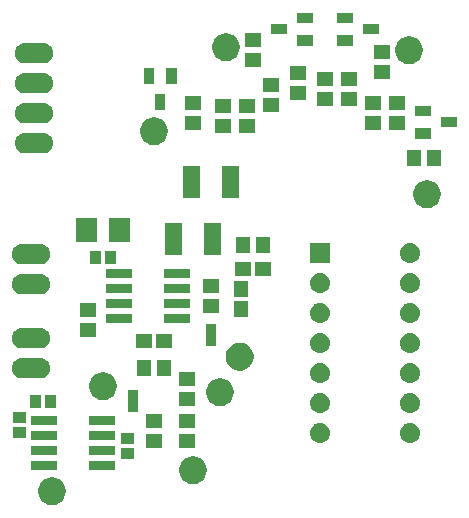
<source format=gbr>
G04 #@! TF.GenerationSoftware,KiCad,Pcbnew,(5.1.2)-2*
G04 #@! TF.CreationDate,2021-11-10T11:30:02-03:00*
G04 #@! TF.ProjectId,PC_V1.2,50435f56-312e-4322-9e6b-696361645f70,rev?*
G04 #@! TF.SameCoordinates,Original*
G04 #@! TF.FileFunction,Soldermask,Top*
G04 #@! TF.FilePolarity,Negative*
%FSLAX46Y46*%
G04 Gerber Fmt 4.6, Leading zero omitted, Abs format (unit mm)*
G04 Created by KiCad (PCBNEW (5.1.2)-2) date 2021-11-10 11:30:02*
%MOMM*%
%LPD*%
G04 APERTURE LIST*
%ADD10C,0.100000*%
G04 APERTURE END LIST*
D10*
G36*
X133361613Y-124276888D02*
G01*
X133576562Y-124365923D01*
X133770005Y-124495177D01*
X133934523Y-124659695D01*
X134063777Y-124853138D01*
X134152812Y-125068087D01*
X134198200Y-125296270D01*
X134198200Y-125528930D01*
X134152812Y-125757113D01*
X134063777Y-125972062D01*
X133934523Y-126165505D01*
X133770005Y-126330023D01*
X133576562Y-126459277D01*
X133361613Y-126548312D01*
X133133430Y-126593700D01*
X132900770Y-126593700D01*
X132672587Y-126548312D01*
X132457638Y-126459277D01*
X132264195Y-126330023D01*
X132099677Y-126165505D01*
X131970423Y-125972062D01*
X131881388Y-125757113D01*
X131836000Y-125528930D01*
X131836000Y-125296270D01*
X131881388Y-125068087D01*
X131970423Y-124853138D01*
X132099677Y-124659695D01*
X132264195Y-124495177D01*
X132457638Y-124365923D01*
X132672587Y-124276888D01*
X132900770Y-124231500D01*
X133133430Y-124231500D01*
X133361613Y-124276888D01*
X133361613Y-124276888D01*
G37*
G36*
X145299613Y-122498888D02*
G01*
X145514562Y-122587923D01*
X145708005Y-122717177D01*
X145872523Y-122881695D01*
X146001777Y-123075138D01*
X146090812Y-123290087D01*
X146136200Y-123518270D01*
X146136200Y-123750930D01*
X146090812Y-123979113D01*
X146001777Y-124194062D01*
X145872523Y-124387505D01*
X145708005Y-124552023D01*
X145514562Y-124681277D01*
X145299613Y-124770312D01*
X145071430Y-124815700D01*
X144838770Y-124815700D01*
X144610587Y-124770312D01*
X144395638Y-124681277D01*
X144202195Y-124552023D01*
X144037677Y-124387505D01*
X143908423Y-124194062D01*
X143819388Y-123979113D01*
X143774000Y-123750930D01*
X143774000Y-123518270D01*
X143819388Y-123290087D01*
X143908423Y-123075138D01*
X144037677Y-122881695D01*
X144202195Y-122717177D01*
X144395638Y-122587923D01*
X144610587Y-122498888D01*
X144838770Y-122453500D01*
X145071430Y-122453500D01*
X145299613Y-122498888D01*
X145299613Y-122498888D01*
G37*
G36*
X138351100Y-123634600D02*
G01*
X136166700Y-123634600D01*
X136166700Y-122872600D01*
X138351100Y-122872600D01*
X138351100Y-123634600D01*
X138351100Y-123634600D01*
G37*
G36*
X133423500Y-123634600D02*
G01*
X131239100Y-123634600D01*
X131239100Y-122872600D01*
X133423500Y-122872600D01*
X133423500Y-123634600D01*
X133423500Y-123634600D01*
G37*
G36*
X139918700Y-122704200D02*
G01*
X138815500Y-122704200D01*
X138815500Y-121801000D01*
X139918700Y-121801000D01*
X139918700Y-122704200D01*
X139918700Y-122704200D01*
G37*
G36*
X133423500Y-122364600D02*
G01*
X131239100Y-122364600D01*
X131239100Y-121602600D01*
X133423500Y-121602600D01*
X133423500Y-122364600D01*
X133423500Y-122364600D01*
G37*
G36*
X138351100Y-122364600D02*
G01*
X136166700Y-122364600D01*
X136166700Y-121602600D01*
X138351100Y-121602600D01*
X138351100Y-122364600D01*
X138351100Y-122364600D01*
G37*
G36*
X142304700Y-121784200D02*
G01*
X141001500Y-121784200D01*
X141001500Y-120581000D01*
X142304700Y-120581000D01*
X142304700Y-121784200D01*
X142304700Y-121784200D01*
G37*
G36*
X145098700Y-121784200D02*
G01*
X143795500Y-121784200D01*
X143795500Y-120581000D01*
X145098700Y-120581000D01*
X145098700Y-121784200D01*
X145098700Y-121784200D01*
G37*
G36*
X139918700Y-121404200D02*
G01*
X138815500Y-121404200D01*
X138815500Y-120501000D01*
X139918700Y-120501000D01*
X139918700Y-121404200D01*
X139918700Y-121404200D01*
G37*
G36*
X155866823Y-119651313D02*
G01*
X156027242Y-119699976D01*
X156159906Y-119770886D01*
X156175078Y-119778996D01*
X156304659Y-119885341D01*
X156411004Y-120014922D01*
X156411005Y-120014924D01*
X156490024Y-120162758D01*
X156538687Y-120323177D01*
X156555117Y-120490000D01*
X156538687Y-120656823D01*
X156490024Y-120817242D01*
X156431785Y-120926200D01*
X156411004Y-120965078D01*
X156304659Y-121094659D01*
X156175078Y-121201004D01*
X156175076Y-121201005D01*
X156027242Y-121280024D01*
X155866823Y-121328687D01*
X155741804Y-121341000D01*
X155658196Y-121341000D01*
X155533177Y-121328687D01*
X155372758Y-121280024D01*
X155224924Y-121201005D01*
X155224922Y-121201004D01*
X155095341Y-121094659D01*
X154988996Y-120965078D01*
X154968215Y-120926200D01*
X154909976Y-120817242D01*
X154861313Y-120656823D01*
X154844883Y-120490000D01*
X154861313Y-120323177D01*
X154909976Y-120162758D01*
X154988995Y-120014924D01*
X154988996Y-120014922D01*
X155095341Y-119885341D01*
X155224922Y-119778996D01*
X155240094Y-119770886D01*
X155372758Y-119699976D01*
X155533177Y-119651313D01*
X155658196Y-119639000D01*
X155741804Y-119639000D01*
X155866823Y-119651313D01*
X155866823Y-119651313D01*
G37*
G36*
X163486823Y-119651313D02*
G01*
X163647242Y-119699976D01*
X163779906Y-119770886D01*
X163795078Y-119778996D01*
X163924659Y-119885341D01*
X164031004Y-120014922D01*
X164031005Y-120014924D01*
X164110024Y-120162758D01*
X164158687Y-120323177D01*
X164175117Y-120490000D01*
X164158687Y-120656823D01*
X164110024Y-120817242D01*
X164051785Y-120926200D01*
X164031004Y-120965078D01*
X163924659Y-121094659D01*
X163795078Y-121201004D01*
X163795076Y-121201005D01*
X163647242Y-121280024D01*
X163486823Y-121328687D01*
X163361804Y-121341000D01*
X163278196Y-121341000D01*
X163153177Y-121328687D01*
X162992758Y-121280024D01*
X162844924Y-121201005D01*
X162844922Y-121201004D01*
X162715341Y-121094659D01*
X162608996Y-120965078D01*
X162588215Y-120926200D01*
X162529976Y-120817242D01*
X162481313Y-120656823D01*
X162464883Y-120490000D01*
X162481313Y-120323177D01*
X162529976Y-120162758D01*
X162608995Y-120014924D01*
X162608996Y-120014922D01*
X162715341Y-119885341D01*
X162844922Y-119778996D01*
X162860094Y-119770886D01*
X162992758Y-119699976D01*
X163153177Y-119651313D01*
X163278196Y-119639000D01*
X163361804Y-119639000D01*
X163486823Y-119651313D01*
X163486823Y-119651313D01*
G37*
G36*
X133423500Y-121094600D02*
G01*
X131239100Y-121094600D01*
X131239100Y-120332600D01*
X133423500Y-120332600D01*
X133423500Y-121094600D01*
X133423500Y-121094600D01*
G37*
G36*
X138351100Y-121094600D02*
G01*
X136166700Y-121094600D01*
X136166700Y-120332600D01*
X138351100Y-120332600D01*
X138351100Y-121094600D01*
X138351100Y-121094600D01*
G37*
G36*
X130774700Y-120926200D02*
G01*
X129671500Y-120926200D01*
X129671500Y-120023000D01*
X130774700Y-120023000D01*
X130774700Y-120926200D01*
X130774700Y-120926200D01*
G37*
G36*
X145098700Y-120084200D02*
G01*
X143795500Y-120084200D01*
X143795500Y-118881000D01*
X145098700Y-118881000D01*
X145098700Y-120084200D01*
X145098700Y-120084200D01*
G37*
G36*
X142304700Y-120084200D02*
G01*
X141001500Y-120084200D01*
X141001500Y-118881000D01*
X142304700Y-118881000D01*
X142304700Y-120084200D01*
X142304700Y-120084200D01*
G37*
G36*
X138351100Y-119824600D02*
G01*
X136166700Y-119824600D01*
X136166700Y-119062600D01*
X138351100Y-119062600D01*
X138351100Y-119824600D01*
X138351100Y-119824600D01*
G37*
G36*
X133423500Y-119824600D02*
G01*
X131239100Y-119824600D01*
X131239100Y-119062600D01*
X133423500Y-119062600D01*
X133423500Y-119824600D01*
X133423500Y-119824600D01*
G37*
G36*
X130774700Y-119626200D02*
G01*
X129671500Y-119626200D01*
X129671500Y-118723000D01*
X130774700Y-118723000D01*
X130774700Y-119626200D01*
X130774700Y-119626200D01*
G37*
G36*
X155866823Y-117111313D02*
G01*
X156027242Y-117159976D01*
X156159906Y-117230886D01*
X156175078Y-117238996D01*
X156304659Y-117345341D01*
X156411004Y-117474922D01*
X156411005Y-117474924D01*
X156490024Y-117622758D01*
X156538687Y-117783177D01*
X156555117Y-117950000D01*
X156538687Y-118116823D01*
X156490024Y-118277242D01*
X156454234Y-118344200D01*
X156411004Y-118425078D01*
X156304659Y-118554659D01*
X156175078Y-118661004D01*
X156175076Y-118661005D01*
X156027242Y-118740024D01*
X155866823Y-118788687D01*
X155741804Y-118801000D01*
X155658196Y-118801000D01*
X155533177Y-118788687D01*
X155372758Y-118740024D01*
X155224924Y-118661005D01*
X155224922Y-118661004D01*
X155095341Y-118554659D01*
X154988996Y-118425078D01*
X154945766Y-118344200D01*
X154909976Y-118277242D01*
X154861313Y-118116823D01*
X154844883Y-117950000D01*
X154861313Y-117783177D01*
X154909976Y-117622758D01*
X154988995Y-117474924D01*
X154988996Y-117474922D01*
X155095341Y-117345341D01*
X155224922Y-117238996D01*
X155240094Y-117230886D01*
X155372758Y-117159976D01*
X155533177Y-117111313D01*
X155658196Y-117099000D01*
X155741804Y-117099000D01*
X155866823Y-117111313D01*
X155866823Y-117111313D01*
G37*
G36*
X163486823Y-117111313D02*
G01*
X163647242Y-117159976D01*
X163779906Y-117230886D01*
X163795078Y-117238996D01*
X163924659Y-117345341D01*
X164031004Y-117474922D01*
X164031005Y-117474924D01*
X164110024Y-117622758D01*
X164158687Y-117783177D01*
X164175117Y-117950000D01*
X164158687Y-118116823D01*
X164110024Y-118277242D01*
X164074234Y-118344200D01*
X164031004Y-118425078D01*
X163924659Y-118554659D01*
X163795078Y-118661004D01*
X163795076Y-118661005D01*
X163647242Y-118740024D01*
X163486823Y-118788687D01*
X163361804Y-118801000D01*
X163278196Y-118801000D01*
X163153177Y-118788687D01*
X162992758Y-118740024D01*
X162844924Y-118661005D01*
X162844922Y-118661004D01*
X162715341Y-118554659D01*
X162608996Y-118425078D01*
X162565766Y-118344200D01*
X162529976Y-118277242D01*
X162481313Y-118116823D01*
X162464883Y-117950000D01*
X162481313Y-117783177D01*
X162529976Y-117622758D01*
X162608995Y-117474924D01*
X162608996Y-117474922D01*
X162715341Y-117345341D01*
X162844922Y-117238996D01*
X162860094Y-117230886D01*
X162992758Y-117159976D01*
X163153177Y-117111313D01*
X163278196Y-117099000D01*
X163361804Y-117099000D01*
X163486823Y-117111313D01*
X163486823Y-117111313D01*
G37*
G36*
X140326700Y-118694200D02*
G01*
X139423500Y-118694200D01*
X139423500Y-116891000D01*
X140326700Y-116891000D01*
X140326700Y-118694200D01*
X140326700Y-118694200D01*
G37*
G36*
X132056700Y-118344200D02*
G01*
X131153500Y-118344200D01*
X131153500Y-117241000D01*
X132056700Y-117241000D01*
X132056700Y-118344200D01*
X132056700Y-118344200D01*
G37*
G36*
X133356700Y-118344200D02*
G01*
X132453500Y-118344200D01*
X132453500Y-117241000D01*
X133356700Y-117241000D01*
X133356700Y-118344200D01*
X133356700Y-118344200D01*
G37*
G36*
X145098700Y-118228200D02*
G01*
X143795500Y-118228200D01*
X143795500Y-117025000D01*
X145098700Y-117025000D01*
X145098700Y-118228200D01*
X145098700Y-118228200D01*
G37*
G36*
X147585613Y-115894888D02*
G01*
X147800562Y-115983923D01*
X147994005Y-116113177D01*
X148158523Y-116277695D01*
X148287777Y-116471138D01*
X148376812Y-116686087D01*
X148422200Y-116914270D01*
X148422200Y-117146930D01*
X148376812Y-117375113D01*
X148287777Y-117590062D01*
X148158523Y-117783505D01*
X147994005Y-117948023D01*
X147800562Y-118077277D01*
X147585613Y-118166312D01*
X147357430Y-118211700D01*
X147124770Y-118211700D01*
X146896587Y-118166312D01*
X146681638Y-118077277D01*
X146488195Y-117948023D01*
X146323677Y-117783505D01*
X146194423Y-117590062D01*
X146105388Y-117375113D01*
X146060000Y-117146930D01*
X146060000Y-116914270D01*
X146105388Y-116686087D01*
X146194423Y-116471138D01*
X146323677Y-116277695D01*
X146488195Y-116113177D01*
X146681638Y-115983923D01*
X146896587Y-115894888D01*
X147124770Y-115849500D01*
X147357430Y-115849500D01*
X147585613Y-115894888D01*
X147585613Y-115894888D01*
G37*
G36*
X137679613Y-115386888D02*
G01*
X137894562Y-115475923D01*
X138088005Y-115605177D01*
X138252523Y-115769695D01*
X138381777Y-115963138D01*
X138470812Y-116178087D01*
X138516200Y-116406270D01*
X138516200Y-116638930D01*
X138470812Y-116867113D01*
X138381777Y-117082062D01*
X138252523Y-117275505D01*
X138088005Y-117440023D01*
X137894562Y-117569277D01*
X137679613Y-117658312D01*
X137451430Y-117703700D01*
X137218770Y-117703700D01*
X136990587Y-117658312D01*
X136775638Y-117569277D01*
X136582195Y-117440023D01*
X136417677Y-117275505D01*
X136288423Y-117082062D01*
X136199388Y-116867113D01*
X136154000Y-116638930D01*
X136154000Y-116406270D01*
X136199388Y-116178087D01*
X136288423Y-115963138D01*
X136417677Y-115769695D01*
X136582195Y-115605177D01*
X136775638Y-115475923D01*
X136990587Y-115386888D01*
X137218770Y-115341500D01*
X137451430Y-115341500D01*
X137679613Y-115386888D01*
X137679613Y-115386888D01*
G37*
G36*
X145098700Y-116528200D02*
G01*
X143795500Y-116528200D01*
X143795500Y-115325000D01*
X145098700Y-115325000D01*
X145098700Y-116528200D01*
X145098700Y-116528200D01*
G37*
G36*
X163486823Y-114571313D02*
G01*
X163647242Y-114619976D01*
X163734312Y-114666516D01*
X163795078Y-114698996D01*
X163924659Y-114805341D01*
X164031004Y-114934922D01*
X164031005Y-114934924D01*
X164110024Y-115082758D01*
X164158687Y-115243177D01*
X164175117Y-115410000D01*
X164158687Y-115576823D01*
X164110024Y-115737242D01*
X164076307Y-115800322D01*
X164031004Y-115885078D01*
X163924659Y-116014659D01*
X163795078Y-116121004D01*
X163795076Y-116121005D01*
X163647242Y-116200024D01*
X163486823Y-116248687D01*
X163361804Y-116261000D01*
X163278196Y-116261000D01*
X163153177Y-116248687D01*
X162992758Y-116200024D01*
X162844924Y-116121005D01*
X162844922Y-116121004D01*
X162715341Y-116014659D01*
X162608996Y-115885078D01*
X162563693Y-115800322D01*
X162529976Y-115737242D01*
X162481313Y-115576823D01*
X162464883Y-115410000D01*
X162481313Y-115243177D01*
X162529976Y-115082758D01*
X162608995Y-114934924D01*
X162608996Y-114934922D01*
X162715341Y-114805341D01*
X162844922Y-114698996D01*
X162905688Y-114666516D01*
X162992758Y-114619976D01*
X163153177Y-114571313D01*
X163278196Y-114559000D01*
X163361804Y-114559000D01*
X163486823Y-114571313D01*
X163486823Y-114571313D01*
G37*
G36*
X155866823Y-114571313D02*
G01*
X156027242Y-114619976D01*
X156114312Y-114666516D01*
X156175078Y-114698996D01*
X156304659Y-114805341D01*
X156411004Y-114934922D01*
X156411005Y-114934924D01*
X156490024Y-115082758D01*
X156538687Y-115243177D01*
X156555117Y-115410000D01*
X156538687Y-115576823D01*
X156490024Y-115737242D01*
X156456307Y-115800322D01*
X156411004Y-115885078D01*
X156304659Y-116014659D01*
X156175078Y-116121004D01*
X156175076Y-116121005D01*
X156027242Y-116200024D01*
X155866823Y-116248687D01*
X155741804Y-116261000D01*
X155658196Y-116261000D01*
X155533177Y-116248687D01*
X155372758Y-116200024D01*
X155224924Y-116121005D01*
X155224922Y-116121004D01*
X155095341Y-116014659D01*
X154988996Y-115885078D01*
X154943693Y-115800322D01*
X154909976Y-115737242D01*
X154861313Y-115576823D01*
X154844883Y-115410000D01*
X154861313Y-115243177D01*
X154909976Y-115082758D01*
X154988995Y-114934924D01*
X154988996Y-114934922D01*
X155095341Y-114805341D01*
X155224922Y-114698996D01*
X155285688Y-114666516D01*
X155372758Y-114619976D01*
X155533177Y-114571313D01*
X155658196Y-114559000D01*
X155741804Y-114559000D01*
X155866823Y-114571313D01*
X155866823Y-114571313D01*
G37*
G36*
X132085812Y-114139165D02*
G01*
X132170395Y-114147496D01*
X132333184Y-114196878D01*
X132333187Y-114196879D01*
X132483207Y-114277066D01*
X132483208Y-114277067D01*
X132483212Y-114277069D01*
X132614712Y-114384988D01*
X132722631Y-114516488D01*
X132722633Y-114516492D01*
X132722634Y-114516493D01*
X132802821Y-114666513D01*
X132802822Y-114666516D01*
X132852204Y-114829305D01*
X132868878Y-114998600D01*
X132852204Y-115167895D01*
X132829367Y-115243177D01*
X132802821Y-115330687D01*
X132725191Y-115475923D01*
X132722631Y-115480712D01*
X132614712Y-115612212D01*
X132483212Y-115720131D01*
X132483208Y-115720133D01*
X132483207Y-115720134D01*
X132333187Y-115800321D01*
X132333184Y-115800322D01*
X132170395Y-115849704D01*
X132085812Y-115858035D01*
X132043521Y-115862200D01*
X130434679Y-115862200D01*
X130392388Y-115858035D01*
X130307805Y-115849704D01*
X130145016Y-115800322D01*
X130145013Y-115800321D01*
X129994993Y-115720134D01*
X129994992Y-115720133D01*
X129994988Y-115720131D01*
X129863488Y-115612212D01*
X129755569Y-115480712D01*
X129753009Y-115475923D01*
X129675379Y-115330687D01*
X129648833Y-115243177D01*
X129625996Y-115167895D01*
X129609322Y-114998600D01*
X129625996Y-114829305D01*
X129675378Y-114666516D01*
X129675379Y-114666513D01*
X129755566Y-114516493D01*
X129755567Y-114516492D01*
X129755569Y-114516488D01*
X129863488Y-114384988D01*
X129994988Y-114277069D01*
X129994992Y-114277067D01*
X129994993Y-114277066D01*
X130145013Y-114196879D01*
X130145016Y-114196878D01*
X130307805Y-114147496D01*
X130392388Y-114139165D01*
X130434679Y-114135000D01*
X132043521Y-114135000D01*
X132085812Y-114139165D01*
X132085812Y-114139165D01*
G37*
G36*
X143104700Y-115650200D02*
G01*
X141901500Y-115650200D01*
X141901500Y-114347000D01*
X143104700Y-114347000D01*
X143104700Y-115650200D01*
X143104700Y-115650200D01*
G37*
G36*
X141404700Y-115650200D02*
G01*
X140201500Y-115650200D01*
X140201500Y-114347000D01*
X141404700Y-114347000D01*
X141404700Y-115650200D01*
X141404700Y-115650200D01*
G37*
G36*
X149244513Y-112889288D02*
G01*
X149459462Y-112978323D01*
X149652905Y-113107577D01*
X149817423Y-113272095D01*
X149946677Y-113465538D01*
X150035712Y-113680487D01*
X150081100Y-113908670D01*
X150081100Y-114141330D01*
X150035712Y-114369513D01*
X149946677Y-114584462D01*
X149817423Y-114777905D01*
X149652905Y-114942423D01*
X149459462Y-115071677D01*
X149244513Y-115160712D01*
X149016330Y-115206100D01*
X148783670Y-115206100D01*
X148555487Y-115160712D01*
X148340538Y-115071677D01*
X148147095Y-114942423D01*
X147982577Y-114777905D01*
X147853323Y-114584462D01*
X147764288Y-114369513D01*
X147718900Y-114141330D01*
X147718900Y-113908670D01*
X147764288Y-113680487D01*
X147853323Y-113465538D01*
X147982577Y-113272095D01*
X148147095Y-113107577D01*
X148340538Y-112978323D01*
X148555487Y-112889288D01*
X148783670Y-112843900D01*
X149016330Y-112843900D01*
X149244513Y-112889288D01*
X149244513Y-112889288D01*
G37*
G36*
X155866823Y-112031313D02*
G01*
X156027242Y-112079976D01*
X156114312Y-112126516D01*
X156175078Y-112158996D01*
X156304659Y-112265341D01*
X156411004Y-112394922D01*
X156411005Y-112394924D01*
X156490024Y-112542758D01*
X156538687Y-112703177D01*
X156555117Y-112870000D01*
X156538687Y-113036823D01*
X156490024Y-113197242D01*
X156456307Y-113260322D01*
X156411004Y-113345078D01*
X156304659Y-113474659D01*
X156175078Y-113581004D01*
X156175076Y-113581005D01*
X156027242Y-113660024D01*
X155866823Y-113708687D01*
X155741804Y-113721000D01*
X155658196Y-113721000D01*
X155533177Y-113708687D01*
X155372758Y-113660024D01*
X155224924Y-113581005D01*
X155224922Y-113581004D01*
X155095341Y-113474659D01*
X154988996Y-113345078D01*
X154943693Y-113260322D01*
X154909976Y-113197242D01*
X154861313Y-113036823D01*
X154844883Y-112870000D01*
X154861313Y-112703177D01*
X154909976Y-112542758D01*
X154988995Y-112394924D01*
X154988996Y-112394922D01*
X155095341Y-112265341D01*
X155224922Y-112158996D01*
X155285688Y-112126516D01*
X155372758Y-112079976D01*
X155533177Y-112031313D01*
X155658196Y-112019000D01*
X155741804Y-112019000D01*
X155866823Y-112031313D01*
X155866823Y-112031313D01*
G37*
G36*
X163486823Y-112031313D02*
G01*
X163647242Y-112079976D01*
X163734312Y-112126516D01*
X163795078Y-112158996D01*
X163924659Y-112265341D01*
X164031004Y-112394922D01*
X164031005Y-112394924D01*
X164110024Y-112542758D01*
X164158687Y-112703177D01*
X164175117Y-112870000D01*
X164158687Y-113036823D01*
X164110024Y-113197242D01*
X164076307Y-113260322D01*
X164031004Y-113345078D01*
X163924659Y-113474659D01*
X163795078Y-113581004D01*
X163795076Y-113581005D01*
X163647242Y-113660024D01*
X163486823Y-113708687D01*
X163361804Y-113721000D01*
X163278196Y-113721000D01*
X163153177Y-113708687D01*
X162992758Y-113660024D01*
X162844924Y-113581005D01*
X162844922Y-113581004D01*
X162715341Y-113474659D01*
X162608996Y-113345078D01*
X162563693Y-113260322D01*
X162529976Y-113197242D01*
X162481313Y-113036823D01*
X162464883Y-112870000D01*
X162481313Y-112703177D01*
X162529976Y-112542758D01*
X162608995Y-112394924D01*
X162608996Y-112394922D01*
X162715341Y-112265341D01*
X162844922Y-112158996D01*
X162905688Y-112126516D01*
X162992758Y-112079976D01*
X163153177Y-112031313D01*
X163278196Y-112019000D01*
X163361804Y-112019000D01*
X163486823Y-112031313D01*
X163486823Y-112031313D01*
G37*
G36*
X132085812Y-111599165D02*
G01*
X132170395Y-111607496D01*
X132333184Y-111656878D01*
X132333187Y-111656879D01*
X132483207Y-111737066D01*
X132483208Y-111737067D01*
X132483212Y-111737069D01*
X132614712Y-111844988D01*
X132722631Y-111976488D01*
X132722633Y-111976492D01*
X132722634Y-111976493D01*
X132802821Y-112126513D01*
X132802822Y-112126516D01*
X132852204Y-112289305D01*
X132868878Y-112458600D01*
X132852204Y-112627895D01*
X132829367Y-112703177D01*
X132802821Y-112790687D01*
X132750117Y-112889289D01*
X132722631Y-112940712D01*
X132614712Y-113072212D01*
X132483212Y-113180131D01*
X132483208Y-113180133D01*
X132483207Y-113180134D01*
X132333187Y-113260321D01*
X132333184Y-113260322D01*
X132170395Y-113309704D01*
X132085812Y-113318035D01*
X132043521Y-113322200D01*
X130434679Y-113322200D01*
X130392388Y-113318035D01*
X130307805Y-113309704D01*
X130145016Y-113260322D01*
X130145013Y-113260321D01*
X129994993Y-113180134D01*
X129994992Y-113180133D01*
X129994988Y-113180131D01*
X129863488Y-113072212D01*
X129755569Y-112940712D01*
X129728083Y-112889289D01*
X129675379Y-112790687D01*
X129648833Y-112703177D01*
X129625996Y-112627895D01*
X129609322Y-112458600D01*
X129625996Y-112289305D01*
X129675378Y-112126516D01*
X129675379Y-112126513D01*
X129755566Y-111976493D01*
X129755567Y-111976492D01*
X129755569Y-111976488D01*
X129863488Y-111844988D01*
X129994988Y-111737069D01*
X129994992Y-111737067D01*
X129994993Y-111737066D01*
X130145013Y-111656879D01*
X130145016Y-111656878D01*
X130307805Y-111607496D01*
X130392388Y-111599165D01*
X130434679Y-111595000D01*
X132043521Y-111595000D01*
X132085812Y-111599165D01*
X132085812Y-111599165D01*
G37*
G36*
X143154700Y-113314200D02*
G01*
X141851500Y-113314200D01*
X141851500Y-112111000D01*
X143154700Y-112111000D01*
X143154700Y-113314200D01*
X143154700Y-113314200D01*
G37*
G36*
X141454700Y-113314200D02*
G01*
X140151500Y-113314200D01*
X140151500Y-112111000D01*
X141454700Y-112111000D01*
X141454700Y-113314200D01*
X141454700Y-113314200D01*
G37*
G36*
X146930700Y-113106200D02*
G01*
X146027500Y-113106200D01*
X146027500Y-111303000D01*
X146930700Y-111303000D01*
X146930700Y-113106200D01*
X146930700Y-113106200D01*
G37*
G36*
X136716700Y-112386200D02*
G01*
X135413500Y-112386200D01*
X135413500Y-111183000D01*
X136716700Y-111183000D01*
X136716700Y-112386200D01*
X136716700Y-112386200D01*
G37*
G36*
X144701100Y-111188600D02*
G01*
X142516700Y-111188600D01*
X142516700Y-110426600D01*
X144701100Y-110426600D01*
X144701100Y-111188600D01*
X144701100Y-111188600D01*
G37*
G36*
X139773500Y-111188600D02*
G01*
X137589100Y-111188600D01*
X137589100Y-110426600D01*
X139773500Y-110426600D01*
X139773500Y-111188600D01*
X139773500Y-111188600D01*
G37*
G36*
X163486823Y-109491313D02*
G01*
X163647242Y-109539976D01*
X163779906Y-109610886D01*
X163795078Y-109618996D01*
X163924659Y-109725341D01*
X164031004Y-109854922D01*
X164031005Y-109854924D01*
X164110024Y-110002758D01*
X164158687Y-110163177D01*
X164175117Y-110330000D01*
X164158687Y-110496823D01*
X164110024Y-110657242D01*
X164039114Y-110789906D01*
X164031004Y-110805078D01*
X163924659Y-110934659D01*
X163795078Y-111041004D01*
X163795076Y-111041005D01*
X163647242Y-111120024D01*
X163486823Y-111168687D01*
X163361804Y-111181000D01*
X163278196Y-111181000D01*
X163153177Y-111168687D01*
X162992758Y-111120024D01*
X162844924Y-111041005D01*
X162844922Y-111041004D01*
X162715341Y-110934659D01*
X162608996Y-110805078D01*
X162600886Y-110789906D01*
X162529976Y-110657242D01*
X162481313Y-110496823D01*
X162464883Y-110330000D01*
X162481313Y-110163177D01*
X162529976Y-110002758D01*
X162608995Y-109854924D01*
X162608996Y-109854922D01*
X162715341Y-109725341D01*
X162844922Y-109618996D01*
X162860094Y-109610886D01*
X162992758Y-109539976D01*
X163153177Y-109491313D01*
X163278196Y-109479000D01*
X163361804Y-109479000D01*
X163486823Y-109491313D01*
X163486823Y-109491313D01*
G37*
G36*
X155866823Y-109491313D02*
G01*
X156027242Y-109539976D01*
X156159906Y-109610886D01*
X156175078Y-109618996D01*
X156304659Y-109725341D01*
X156411004Y-109854922D01*
X156411005Y-109854924D01*
X156490024Y-110002758D01*
X156538687Y-110163177D01*
X156555117Y-110330000D01*
X156538687Y-110496823D01*
X156490024Y-110657242D01*
X156419114Y-110789906D01*
X156411004Y-110805078D01*
X156304659Y-110934659D01*
X156175078Y-111041004D01*
X156175076Y-111041005D01*
X156027242Y-111120024D01*
X155866823Y-111168687D01*
X155741804Y-111181000D01*
X155658196Y-111181000D01*
X155533177Y-111168687D01*
X155372758Y-111120024D01*
X155224924Y-111041005D01*
X155224922Y-111041004D01*
X155095341Y-110934659D01*
X154988996Y-110805078D01*
X154980886Y-110789906D01*
X154909976Y-110657242D01*
X154861313Y-110496823D01*
X154844883Y-110330000D01*
X154861313Y-110163177D01*
X154909976Y-110002758D01*
X154988995Y-109854924D01*
X154988996Y-109854922D01*
X155095341Y-109725341D01*
X155224922Y-109618996D01*
X155240094Y-109610886D01*
X155372758Y-109539976D01*
X155533177Y-109491313D01*
X155658196Y-109479000D01*
X155741804Y-109479000D01*
X155866823Y-109491313D01*
X155866823Y-109491313D01*
G37*
G36*
X136716700Y-110686200D02*
G01*
X135413500Y-110686200D01*
X135413500Y-109483000D01*
X136716700Y-109483000D01*
X136716700Y-110686200D01*
X136716700Y-110686200D01*
G37*
G36*
X149620700Y-110658200D02*
G01*
X148417500Y-110658200D01*
X148417500Y-109355000D01*
X149620700Y-109355000D01*
X149620700Y-110658200D01*
X149620700Y-110658200D01*
G37*
G36*
X147130700Y-110354200D02*
G01*
X145827500Y-110354200D01*
X145827500Y-109151000D01*
X147130700Y-109151000D01*
X147130700Y-110354200D01*
X147130700Y-110354200D01*
G37*
G36*
X139773500Y-109918600D02*
G01*
X137589100Y-109918600D01*
X137589100Y-109156600D01*
X139773500Y-109156600D01*
X139773500Y-109918600D01*
X139773500Y-109918600D01*
G37*
G36*
X144701100Y-109918600D02*
G01*
X142516700Y-109918600D01*
X142516700Y-109156600D01*
X144701100Y-109156600D01*
X144701100Y-109918600D01*
X144701100Y-109918600D01*
G37*
G36*
X149620700Y-108958200D02*
G01*
X148417500Y-108958200D01*
X148417500Y-107655000D01*
X149620700Y-107655000D01*
X149620700Y-108958200D01*
X149620700Y-108958200D01*
G37*
G36*
X132085812Y-107027165D02*
G01*
X132170395Y-107035496D01*
X132333184Y-107084878D01*
X132333187Y-107084879D01*
X132483207Y-107165066D01*
X132483208Y-107165067D01*
X132483212Y-107165069D01*
X132614712Y-107272988D01*
X132722631Y-107404488D01*
X132722633Y-107404492D01*
X132722634Y-107404493D01*
X132802821Y-107554513D01*
X132802822Y-107554516D01*
X132852204Y-107717305D01*
X132868878Y-107886600D01*
X132852204Y-108055895D01*
X132833595Y-108117239D01*
X132802821Y-108218687D01*
X132722634Y-108368707D01*
X132722631Y-108368712D01*
X132614712Y-108500212D01*
X132483212Y-108608131D01*
X132483208Y-108608133D01*
X132483207Y-108608134D01*
X132333187Y-108688321D01*
X132333184Y-108688322D01*
X132170395Y-108737704D01*
X132085812Y-108746035D01*
X132043521Y-108750200D01*
X130434679Y-108750200D01*
X130392388Y-108746035D01*
X130307805Y-108737704D01*
X130145016Y-108688322D01*
X130145013Y-108688321D01*
X129994993Y-108608134D01*
X129994992Y-108608133D01*
X129994988Y-108608131D01*
X129863488Y-108500212D01*
X129755569Y-108368712D01*
X129755566Y-108368707D01*
X129675379Y-108218687D01*
X129644605Y-108117239D01*
X129625996Y-108055895D01*
X129609322Y-107886600D01*
X129625996Y-107717305D01*
X129675378Y-107554516D01*
X129675379Y-107554513D01*
X129755566Y-107404493D01*
X129755567Y-107404492D01*
X129755569Y-107404488D01*
X129863488Y-107272988D01*
X129994988Y-107165069D01*
X129994992Y-107165067D01*
X129994993Y-107165066D01*
X130145013Y-107084879D01*
X130145016Y-107084878D01*
X130307805Y-107035496D01*
X130392388Y-107027165D01*
X130434679Y-107023000D01*
X132043521Y-107023000D01*
X132085812Y-107027165D01*
X132085812Y-107027165D01*
G37*
G36*
X147130700Y-108654200D02*
G01*
X145827500Y-108654200D01*
X145827500Y-107451000D01*
X147130700Y-107451000D01*
X147130700Y-108654200D01*
X147130700Y-108654200D01*
G37*
G36*
X139773500Y-108648600D02*
G01*
X137589100Y-108648600D01*
X137589100Y-107886600D01*
X139773500Y-107886600D01*
X139773500Y-108648600D01*
X139773500Y-108648600D01*
G37*
G36*
X144701100Y-108648600D02*
G01*
X142516700Y-108648600D01*
X142516700Y-107886600D01*
X144701100Y-107886600D01*
X144701100Y-108648600D01*
X144701100Y-108648600D01*
G37*
G36*
X155866823Y-106951313D02*
G01*
X156027242Y-106999976D01*
X156093695Y-107035496D01*
X156175078Y-107078996D01*
X156304659Y-107185341D01*
X156411004Y-107314922D01*
X156411005Y-107314924D01*
X156490024Y-107462758D01*
X156538687Y-107623177D01*
X156555117Y-107790000D01*
X156538687Y-107956823D01*
X156490024Y-108117242D01*
X156435802Y-108218684D01*
X156411004Y-108265078D01*
X156304659Y-108394659D01*
X156175078Y-108501004D01*
X156175076Y-108501005D01*
X156027242Y-108580024D01*
X155866823Y-108628687D01*
X155741804Y-108641000D01*
X155658196Y-108641000D01*
X155533177Y-108628687D01*
X155372758Y-108580024D01*
X155224924Y-108501005D01*
X155224922Y-108501004D01*
X155095341Y-108394659D01*
X154988996Y-108265078D01*
X154964198Y-108218684D01*
X154909976Y-108117242D01*
X154861313Y-107956823D01*
X154844883Y-107790000D01*
X154861313Y-107623177D01*
X154909976Y-107462758D01*
X154988995Y-107314924D01*
X154988996Y-107314922D01*
X155095341Y-107185341D01*
X155224922Y-107078996D01*
X155306305Y-107035496D01*
X155372758Y-106999976D01*
X155533177Y-106951313D01*
X155658196Y-106939000D01*
X155741804Y-106939000D01*
X155866823Y-106951313D01*
X155866823Y-106951313D01*
G37*
G36*
X163486823Y-106951313D02*
G01*
X163647242Y-106999976D01*
X163713695Y-107035496D01*
X163795078Y-107078996D01*
X163924659Y-107185341D01*
X164031004Y-107314922D01*
X164031005Y-107314924D01*
X164110024Y-107462758D01*
X164158687Y-107623177D01*
X164175117Y-107790000D01*
X164158687Y-107956823D01*
X164110024Y-108117242D01*
X164055802Y-108218684D01*
X164031004Y-108265078D01*
X163924659Y-108394659D01*
X163795078Y-108501004D01*
X163795076Y-108501005D01*
X163647242Y-108580024D01*
X163486823Y-108628687D01*
X163361804Y-108641000D01*
X163278196Y-108641000D01*
X163153177Y-108628687D01*
X162992758Y-108580024D01*
X162844924Y-108501005D01*
X162844922Y-108501004D01*
X162715341Y-108394659D01*
X162608996Y-108265078D01*
X162584198Y-108218684D01*
X162529976Y-108117242D01*
X162481313Y-107956823D01*
X162464883Y-107790000D01*
X162481313Y-107623177D01*
X162529976Y-107462758D01*
X162608995Y-107314924D01*
X162608996Y-107314922D01*
X162715341Y-107185341D01*
X162844922Y-107078996D01*
X162926305Y-107035496D01*
X162992758Y-106999976D01*
X163153177Y-106951313D01*
X163278196Y-106939000D01*
X163361804Y-106939000D01*
X163486823Y-106951313D01*
X163486823Y-106951313D01*
G37*
G36*
X144701100Y-107378600D02*
G01*
X142516700Y-107378600D01*
X142516700Y-106616600D01*
X144701100Y-106616600D01*
X144701100Y-107378600D01*
X144701100Y-107378600D01*
G37*
G36*
X139773500Y-107378600D02*
G01*
X137589100Y-107378600D01*
X137589100Y-106616600D01*
X139773500Y-106616600D01*
X139773500Y-107378600D01*
X139773500Y-107378600D01*
G37*
G36*
X151536700Y-107218200D02*
G01*
X150233500Y-107218200D01*
X150233500Y-106015000D01*
X151536700Y-106015000D01*
X151536700Y-107218200D01*
X151536700Y-107218200D01*
G37*
G36*
X149836700Y-107218200D02*
G01*
X148533500Y-107218200D01*
X148533500Y-106015000D01*
X149836700Y-106015000D01*
X149836700Y-107218200D01*
X149836700Y-107218200D01*
G37*
G36*
X132085812Y-104487165D02*
G01*
X132170395Y-104495496D01*
X132333184Y-104544878D01*
X132333187Y-104544879D01*
X132483207Y-104625066D01*
X132483208Y-104625067D01*
X132483212Y-104625069D01*
X132614712Y-104732988D01*
X132722631Y-104864488D01*
X132722633Y-104864492D01*
X132722634Y-104864493D01*
X132802821Y-105014513D01*
X132802822Y-105014516D01*
X132852204Y-105177305D01*
X132868878Y-105346600D01*
X132852204Y-105515895D01*
X132833595Y-105577239D01*
X132802821Y-105678687D01*
X132722634Y-105828707D01*
X132722631Y-105828712D01*
X132614712Y-105960212D01*
X132483212Y-106068131D01*
X132483208Y-106068133D01*
X132483207Y-106068134D01*
X132333187Y-106148321D01*
X132333184Y-106148322D01*
X132170395Y-106197704D01*
X132085812Y-106206035D01*
X132043521Y-106210200D01*
X130434679Y-106210200D01*
X130392388Y-106206035D01*
X130307805Y-106197704D01*
X130145016Y-106148322D01*
X130145013Y-106148321D01*
X129994993Y-106068134D01*
X129994992Y-106068133D01*
X129994988Y-106068131D01*
X129863488Y-105960212D01*
X129755569Y-105828712D01*
X129755566Y-105828707D01*
X129675379Y-105678687D01*
X129644605Y-105577239D01*
X129625996Y-105515895D01*
X129609322Y-105346600D01*
X129625996Y-105177305D01*
X129675378Y-105014516D01*
X129675379Y-105014513D01*
X129755566Y-104864493D01*
X129755567Y-104864492D01*
X129755569Y-104864488D01*
X129863488Y-104732988D01*
X129994988Y-104625069D01*
X129994992Y-104625067D01*
X129994993Y-104625066D01*
X130145013Y-104544879D01*
X130145016Y-104544878D01*
X130307805Y-104495496D01*
X130392388Y-104487165D01*
X130434679Y-104483000D01*
X132043521Y-104483000D01*
X132085812Y-104487165D01*
X132085812Y-104487165D01*
G37*
G36*
X137136700Y-106152200D02*
G01*
X136233500Y-106152200D01*
X136233500Y-105049000D01*
X137136700Y-105049000D01*
X137136700Y-106152200D01*
X137136700Y-106152200D01*
G37*
G36*
X138436700Y-106152200D02*
G01*
X137533500Y-106152200D01*
X137533500Y-105049000D01*
X138436700Y-105049000D01*
X138436700Y-106152200D01*
X138436700Y-106152200D01*
G37*
G36*
X163486823Y-104411313D02*
G01*
X163647242Y-104459976D01*
X163713695Y-104495496D01*
X163795078Y-104538996D01*
X163924659Y-104645341D01*
X164031004Y-104774922D01*
X164031005Y-104774924D01*
X164110024Y-104922758D01*
X164158687Y-105083177D01*
X164175117Y-105250000D01*
X164158687Y-105416823D01*
X164110024Y-105577242D01*
X164055802Y-105678684D01*
X164031004Y-105725078D01*
X163924659Y-105854659D01*
X163795078Y-105961004D01*
X163795076Y-105961005D01*
X163647242Y-106040024D01*
X163486823Y-106088687D01*
X163361804Y-106101000D01*
X163278196Y-106101000D01*
X163153177Y-106088687D01*
X162992758Y-106040024D01*
X162844924Y-105961005D01*
X162844922Y-105961004D01*
X162715341Y-105854659D01*
X162608996Y-105725078D01*
X162584198Y-105678684D01*
X162529976Y-105577242D01*
X162481313Y-105416823D01*
X162464883Y-105250000D01*
X162481313Y-105083177D01*
X162529976Y-104922758D01*
X162608995Y-104774924D01*
X162608996Y-104774922D01*
X162715341Y-104645341D01*
X162844922Y-104538996D01*
X162926305Y-104495496D01*
X162992758Y-104459976D01*
X163153177Y-104411313D01*
X163278196Y-104399000D01*
X163361804Y-104399000D01*
X163486823Y-104411313D01*
X163486823Y-104411313D01*
G37*
G36*
X156551000Y-106101000D02*
G01*
X154849000Y-106101000D01*
X154849000Y-104399000D01*
X156551000Y-104399000D01*
X156551000Y-106101000D01*
X156551000Y-106101000D01*
G37*
G36*
X144006700Y-105428200D02*
G01*
X142603500Y-105428200D01*
X142603500Y-102725000D01*
X144006700Y-102725000D01*
X144006700Y-105428200D01*
X144006700Y-105428200D01*
G37*
G36*
X147306700Y-105428200D02*
G01*
X145903500Y-105428200D01*
X145903500Y-102725000D01*
X147306700Y-102725000D01*
X147306700Y-105428200D01*
X147306700Y-105428200D01*
G37*
G36*
X149786700Y-105236200D02*
G01*
X148583500Y-105236200D01*
X148583500Y-103933000D01*
X149786700Y-103933000D01*
X149786700Y-105236200D01*
X149786700Y-105236200D01*
G37*
G36*
X151486700Y-105236200D02*
G01*
X150283500Y-105236200D01*
X150283500Y-103933000D01*
X151486700Y-103933000D01*
X151486700Y-105236200D01*
X151486700Y-105236200D01*
G37*
G36*
X139658700Y-104317700D02*
G01*
X137855500Y-104317700D01*
X137855500Y-102311500D01*
X139658700Y-102311500D01*
X139658700Y-104317700D01*
X139658700Y-104317700D01*
G37*
G36*
X136814700Y-104317700D02*
G01*
X135011500Y-104317700D01*
X135011500Y-102311500D01*
X136814700Y-102311500D01*
X136814700Y-104317700D01*
X136814700Y-104317700D01*
G37*
G36*
X165111613Y-99130888D02*
G01*
X165326562Y-99219923D01*
X165520005Y-99349177D01*
X165684523Y-99513695D01*
X165813777Y-99707138D01*
X165902812Y-99922087D01*
X165948200Y-100150270D01*
X165948200Y-100382930D01*
X165902812Y-100611113D01*
X165813777Y-100826062D01*
X165684523Y-101019505D01*
X165520005Y-101184023D01*
X165326562Y-101313277D01*
X165111613Y-101402312D01*
X164883430Y-101447700D01*
X164650770Y-101447700D01*
X164422587Y-101402312D01*
X164207638Y-101313277D01*
X164014195Y-101184023D01*
X163849677Y-101019505D01*
X163720423Y-100826062D01*
X163631388Y-100611113D01*
X163586000Y-100382930D01*
X163586000Y-100150270D01*
X163631388Y-99922087D01*
X163720423Y-99707138D01*
X163849677Y-99513695D01*
X164014195Y-99349177D01*
X164207638Y-99219923D01*
X164422587Y-99130888D01*
X164650770Y-99085500D01*
X164883430Y-99085500D01*
X165111613Y-99130888D01*
X165111613Y-99130888D01*
G37*
G36*
X145530700Y-100602200D02*
G01*
X144127500Y-100602200D01*
X144127500Y-97899000D01*
X145530700Y-97899000D01*
X145530700Y-100602200D01*
X145530700Y-100602200D01*
G37*
G36*
X148830700Y-100602200D02*
G01*
X147427500Y-100602200D01*
X147427500Y-97899000D01*
X148830700Y-97899000D01*
X148830700Y-100602200D01*
X148830700Y-100602200D01*
G37*
G36*
X164264700Y-97870200D02*
G01*
X163061500Y-97870200D01*
X163061500Y-96567000D01*
X164264700Y-96567000D01*
X164264700Y-97870200D01*
X164264700Y-97870200D01*
G37*
G36*
X165964700Y-97870200D02*
G01*
X164761500Y-97870200D01*
X164761500Y-96567000D01*
X165964700Y-96567000D01*
X165964700Y-97870200D01*
X165964700Y-97870200D01*
G37*
G36*
X132339812Y-95089165D02*
G01*
X132424395Y-95097496D01*
X132587184Y-95146878D01*
X132587187Y-95146879D01*
X132737207Y-95227066D01*
X132737208Y-95227067D01*
X132737212Y-95227069D01*
X132868712Y-95334988D01*
X132976631Y-95466488D01*
X132976633Y-95466492D01*
X132976634Y-95466493D01*
X133056821Y-95616513D01*
X133056822Y-95616516D01*
X133106204Y-95779305D01*
X133122878Y-95948600D01*
X133106204Y-96117895D01*
X133056822Y-96280684D01*
X133056821Y-96280687D01*
X132976634Y-96430707D01*
X132976631Y-96430712D01*
X132868712Y-96562212D01*
X132737212Y-96670131D01*
X132737208Y-96670133D01*
X132737207Y-96670134D01*
X132587187Y-96750321D01*
X132587184Y-96750322D01*
X132424395Y-96799704D01*
X132339812Y-96808035D01*
X132297521Y-96812200D01*
X130688679Y-96812200D01*
X130646388Y-96808035D01*
X130561805Y-96799704D01*
X130399016Y-96750322D01*
X130399013Y-96750321D01*
X130248993Y-96670134D01*
X130248992Y-96670133D01*
X130248988Y-96670131D01*
X130117488Y-96562212D01*
X130009569Y-96430712D01*
X130009566Y-96430707D01*
X129929379Y-96280687D01*
X129929378Y-96280684D01*
X129879996Y-96117895D01*
X129863322Y-95948600D01*
X129879996Y-95779305D01*
X129929378Y-95616516D01*
X129929379Y-95616513D01*
X130009566Y-95466493D01*
X130009567Y-95466492D01*
X130009569Y-95466488D01*
X130117488Y-95334988D01*
X130248988Y-95227069D01*
X130248992Y-95227067D01*
X130248993Y-95227066D01*
X130399013Y-95146879D01*
X130399016Y-95146878D01*
X130561805Y-95097496D01*
X130646388Y-95089165D01*
X130688679Y-95085000D01*
X132297521Y-95085000D01*
X132339812Y-95089165D01*
X132339812Y-95089165D01*
G37*
G36*
X141997613Y-93796888D02*
G01*
X142212562Y-93885923D01*
X142406005Y-94015177D01*
X142570523Y-94179695D01*
X142699777Y-94373138D01*
X142788812Y-94588087D01*
X142834200Y-94816270D01*
X142834200Y-95048930D01*
X142788812Y-95277113D01*
X142699777Y-95492062D01*
X142570523Y-95685505D01*
X142406005Y-95850023D01*
X142212562Y-95979277D01*
X141997613Y-96068312D01*
X141769430Y-96113700D01*
X141536770Y-96113700D01*
X141308587Y-96068312D01*
X141093638Y-95979277D01*
X140900195Y-95850023D01*
X140735677Y-95685505D01*
X140606423Y-95492062D01*
X140517388Y-95277113D01*
X140472000Y-95048930D01*
X140472000Y-94816270D01*
X140517388Y-94588087D01*
X140606423Y-94373138D01*
X140735677Y-94179695D01*
X140900195Y-94015177D01*
X141093638Y-93885923D01*
X141308587Y-93796888D01*
X141536770Y-93751500D01*
X141769430Y-93751500D01*
X141997613Y-93796888D01*
X141997613Y-93796888D01*
G37*
G36*
X165121175Y-94674937D02*
G01*
X165124418Y-94675921D01*
X165127411Y-94677521D01*
X165130030Y-94679670D01*
X165132179Y-94682289D01*
X165133779Y-94685282D01*
X165134763Y-94688525D01*
X165135700Y-94698041D01*
X165135700Y-95543159D01*
X165134763Y-95552675D01*
X165133779Y-95555918D01*
X165132179Y-95558911D01*
X165130030Y-95561530D01*
X165127411Y-95563679D01*
X165124418Y-95565279D01*
X165121175Y-95566263D01*
X165111659Y-95567200D01*
X163746541Y-95567200D01*
X163737025Y-95566263D01*
X163733782Y-95565279D01*
X163730789Y-95563679D01*
X163728170Y-95561530D01*
X163726021Y-95558911D01*
X163724421Y-95555918D01*
X163723437Y-95552675D01*
X163722500Y-95543159D01*
X163722500Y-94698041D01*
X163723437Y-94688525D01*
X163724421Y-94685282D01*
X163726021Y-94682289D01*
X163728170Y-94679670D01*
X163730789Y-94677521D01*
X163733782Y-94675921D01*
X163737025Y-94674937D01*
X163746541Y-94674000D01*
X165111659Y-94674000D01*
X165121175Y-94674937D01*
X165121175Y-94674937D01*
G37*
G36*
X150178700Y-95114200D02*
G01*
X148875500Y-95114200D01*
X148875500Y-93911000D01*
X150178700Y-93911000D01*
X150178700Y-95114200D01*
X150178700Y-95114200D01*
G37*
G36*
X148146700Y-95114200D02*
G01*
X146843500Y-95114200D01*
X146843500Y-93911000D01*
X148146700Y-93911000D01*
X148146700Y-95114200D01*
X148146700Y-95114200D01*
G37*
G36*
X162878700Y-94860200D02*
G01*
X161575500Y-94860200D01*
X161575500Y-93657000D01*
X162878700Y-93657000D01*
X162878700Y-94860200D01*
X162878700Y-94860200D01*
G37*
G36*
X145606700Y-94860200D02*
G01*
X144303500Y-94860200D01*
X144303500Y-93657000D01*
X145606700Y-93657000D01*
X145606700Y-94860200D01*
X145606700Y-94860200D01*
G37*
G36*
X160846700Y-94860200D02*
G01*
X159543500Y-94860200D01*
X159543500Y-93657000D01*
X160846700Y-93657000D01*
X160846700Y-94860200D01*
X160846700Y-94860200D01*
G37*
G36*
X167321175Y-93724937D02*
G01*
X167324418Y-93725921D01*
X167327411Y-93727521D01*
X167330030Y-93729670D01*
X167332179Y-93732289D01*
X167333779Y-93735282D01*
X167334763Y-93738525D01*
X167335700Y-93748041D01*
X167335700Y-94593159D01*
X167334763Y-94602675D01*
X167333779Y-94605918D01*
X167332179Y-94608911D01*
X167330030Y-94611530D01*
X167327411Y-94613679D01*
X167324418Y-94615279D01*
X167321175Y-94616263D01*
X167311659Y-94617200D01*
X165946541Y-94617200D01*
X165937025Y-94616263D01*
X165933782Y-94615279D01*
X165930789Y-94613679D01*
X165928170Y-94611530D01*
X165926021Y-94608911D01*
X165924421Y-94605918D01*
X165923437Y-94602675D01*
X165922500Y-94593159D01*
X165922500Y-93748041D01*
X165923437Y-93738525D01*
X165924421Y-93735282D01*
X165926021Y-93732289D01*
X165928170Y-93729670D01*
X165930789Y-93727521D01*
X165933782Y-93725921D01*
X165937025Y-93724937D01*
X165946541Y-93724000D01*
X167311659Y-93724000D01*
X167321175Y-93724937D01*
X167321175Y-93724937D01*
G37*
G36*
X132339812Y-92549165D02*
G01*
X132424395Y-92557496D01*
X132587184Y-92606878D01*
X132587187Y-92606879D01*
X132737207Y-92687066D01*
X132737208Y-92687067D01*
X132737212Y-92687069D01*
X132868712Y-92794988D01*
X132976631Y-92926488D01*
X132976633Y-92926492D01*
X132976634Y-92926493D01*
X133056821Y-93076513D01*
X133056822Y-93076516D01*
X133106204Y-93239305D01*
X133122878Y-93408600D01*
X133106204Y-93577895D01*
X133079113Y-93667200D01*
X133056821Y-93740687D01*
X133017705Y-93813868D01*
X132976631Y-93890712D01*
X132868712Y-94022212D01*
X132737212Y-94130131D01*
X132737208Y-94130133D01*
X132737207Y-94130134D01*
X132587187Y-94210321D01*
X132587184Y-94210322D01*
X132424395Y-94259704D01*
X132339812Y-94268035D01*
X132297521Y-94272200D01*
X130688679Y-94272200D01*
X130646388Y-94268035D01*
X130561805Y-94259704D01*
X130399016Y-94210322D01*
X130399013Y-94210321D01*
X130248993Y-94130134D01*
X130248992Y-94130133D01*
X130248988Y-94130131D01*
X130117488Y-94022212D01*
X130009569Y-93890712D01*
X129968495Y-93813868D01*
X129929379Y-93740687D01*
X129907087Y-93667200D01*
X129879996Y-93577895D01*
X129863322Y-93408600D01*
X129879996Y-93239305D01*
X129929378Y-93076516D01*
X129929379Y-93076513D01*
X130009566Y-92926493D01*
X130009567Y-92926492D01*
X130009569Y-92926488D01*
X130117488Y-92794988D01*
X130248988Y-92687069D01*
X130248992Y-92687067D01*
X130248993Y-92687066D01*
X130399013Y-92606879D01*
X130399016Y-92606878D01*
X130561805Y-92557496D01*
X130646388Y-92549165D01*
X130688679Y-92545000D01*
X132297521Y-92545000D01*
X132339812Y-92549165D01*
X132339812Y-92549165D01*
G37*
G36*
X165121175Y-92774937D02*
G01*
X165124418Y-92775921D01*
X165127411Y-92777521D01*
X165130030Y-92779670D01*
X165132179Y-92782289D01*
X165133779Y-92785282D01*
X165134763Y-92788525D01*
X165135700Y-92798041D01*
X165135700Y-93643159D01*
X165134763Y-93652675D01*
X165133779Y-93655918D01*
X165132179Y-93658911D01*
X165130030Y-93661530D01*
X165127411Y-93663679D01*
X165124418Y-93665279D01*
X165121175Y-93666263D01*
X165111659Y-93667200D01*
X163746541Y-93667200D01*
X163737025Y-93666263D01*
X163733782Y-93665279D01*
X163730789Y-93663679D01*
X163728170Y-93661530D01*
X163726021Y-93658911D01*
X163724421Y-93655918D01*
X163723437Y-93652675D01*
X163722500Y-93643159D01*
X163722500Y-92798041D01*
X163723437Y-92788525D01*
X163724421Y-92785282D01*
X163726021Y-92782289D01*
X163728170Y-92779670D01*
X163730789Y-92777521D01*
X163733782Y-92775921D01*
X163737025Y-92774937D01*
X163746541Y-92774000D01*
X165111659Y-92774000D01*
X165121175Y-92774937D01*
X165121175Y-92774937D01*
G37*
G36*
X150178700Y-93414200D02*
G01*
X148875500Y-93414200D01*
X148875500Y-92211000D01*
X150178700Y-92211000D01*
X150178700Y-93414200D01*
X150178700Y-93414200D01*
G37*
G36*
X148146700Y-93414200D02*
G01*
X146843500Y-93414200D01*
X146843500Y-92211000D01*
X148146700Y-92211000D01*
X148146700Y-93414200D01*
X148146700Y-93414200D01*
G37*
G36*
X152210700Y-93336200D02*
G01*
X150907500Y-93336200D01*
X150907500Y-92133000D01*
X152210700Y-92133000D01*
X152210700Y-93336200D01*
X152210700Y-93336200D01*
G37*
G36*
X142593175Y-91770937D02*
G01*
X142596418Y-91771921D01*
X142599411Y-91773521D01*
X142602030Y-91775670D01*
X142604179Y-91778289D01*
X142605779Y-91781282D01*
X142606763Y-91784525D01*
X142607700Y-91794041D01*
X142607700Y-93159159D01*
X142606763Y-93168675D01*
X142605779Y-93171918D01*
X142604179Y-93174911D01*
X142602030Y-93177530D01*
X142599411Y-93179679D01*
X142596418Y-93181279D01*
X142593175Y-93182263D01*
X142583659Y-93183200D01*
X141738541Y-93183200D01*
X141729025Y-93182263D01*
X141725782Y-93181279D01*
X141722789Y-93179679D01*
X141720170Y-93177530D01*
X141718021Y-93174911D01*
X141716421Y-93171918D01*
X141715437Y-93168675D01*
X141714500Y-93159159D01*
X141714500Y-91794041D01*
X141715437Y-91784525D01*
X141716421Y-91781282D01*
X141718021Y-91778289D01*
X141720170Y-91775670D01*
X141722789Y-91773521D01*
X141725782Y-91771921D01*
X141729025Y-91770937D01*
X141738541Y-91770000D01*
X142583659Y-91770000D01*
X142593175Y-91770937D01*
X142593175Y-91770937D01*
G37*
G36*
X160846700Y-93160200D02*
G01*
X159543500Y-93160200D01*
X159543500Y-91957000D01*
X160846700Y-91957000D01*
X160846700Y-93160200D01*
X160846700Y-93160200D01*
G37*
G36*
X162878700Y-93160200D02*
G01*
X161575500Y-93160200D01*
X161575500Y-91957000D01*
X162878700Y-91957000D01*
X162878700Y-93160200D01*
X162878700Y-93160200D01*
G37*
G36*
X145606700Y-93160200D02*
G01*
X144303500Y-93160200D01*
X144303500Y-91957000D01*
X145606700Y-91957000D01*
X145606700Y-93160200D01*
X145606700Y-93160200D01*
G37*
G36*
X156782700Y-92828200D02*
G01*
X155479500Y-92828200D01*
X155479500Y-91625000D01*
X156782700Y-91625000D01*
X156782700Y-92828200D01*
X156782700Y-92828200D01*
G37*
G36*
X158814700Y-92828200D02*
G01*
X157511500Y-92828200D01*
X157511500Y-91625000D01*
X158814700Y-91625000D01*
X158814700Y-92828200D01*
X158814700Y-92828200D01*
G37*
G36*
X154496700Y-92320200D02*
G01*
X153193500Y-92320200D01*
X153193500Y-91117000D01*
X154496700Y-91117000D01*
X154496700Y-92320200D01*
X154496700Y-92320200D01*
G37*
G36*
X132339812Y-90009165D02*
G01*
X132424395Y-90017496D01*
X132587184Y-90066878D01*
X132587187Y-90066879D01*
X132737207Y-90147066D01*
X132737208Y-90147067D01*
X132737212Y-90147069D01*
X132868712Y-90254988D01*
X132976631Y-90386488D01*
X132976633Y-90386492D01*
X132976634Y-90386493D01*
X133056821Y-90536513D01*
X133056822Y-90536516D01*
X133106204Y-90699305D01*
X133122878Y-90868600D01*
X133106204Y-91037895D01*
X133078810Y-91128200D01*
X133056821Y-91200687D01*
X132976634Y-91350707D01*
X132976631Y-91350712D01*
X132868712Y-91482212D01*
X132737212Y-91590131D01*
X132737208Y-91590133D01*
X132737207Y-91590134D01*
X132587187Y-91670321D01*
X132587184Y-91670322D01*
X132424395Y-91719704D01*
X132339812Y-91728035D01*
X132297521Y-91732200D01*
X130688679Y-91732200D01*
X130646388Y-91728035D01*
X130561805Y-91719704D01*
X130399016Y-91670322D01*
X130399013Y-91670321D01*
X130248993Y-91590134D01*
X130248992Y-91590133D01*
X130248988Y-91590131D01*
X130117488Y-91482212D01*
X130009569Y-91350712D01*
X130009566Y-91350707D01*
X129929379Y-91200687D01*
X129907390Y-91128200D01*
X129879996Y-91037895D01*
X129863322Y-90868600D01*
X129879996Y-90699305D01*
X129929378Y-90536516D01*
X129929379Y-90536513D01*
X130009566Y-90386493D01*
X130009567Y-90386492D01*
X130009569Y-90386488D01*
X130117488Y-90254988D01*
X130248988Y-90147069D01*
X130248992Y-90147067D01*
X130248993Y-90147066D01*
X130399013Y-90066879D01*
X130399016Y-90066878D01*
X130561805Y-90017496D01*
X130646388Y-90009165D01*
X130688679Y-90005000D01*
X132297521Y-90005000D01*
X132339812Y-90009165D01*
X132339812Y-90009165D01*
G37*
G36*
X152210700Y-91636200D02*
G01*
X150907500Y-91636200D01*
X150907500Y-90433000D01*
X152210700Y-90433000D01*
X152210700Y-91636200D01*
X152210700Y-91636200D01*
G37*
G36*
X158814700Y-91128200D02*
G01*
X157511500Y-91128200D01*
X157511500Y-89925000D01*
X158814700Y-89925000D01*
X158814700Y-91128200D01*
X158814700Y-91128200D01*
G37*
G36*
X156782700Y-91128200D02*
G01*
X155479500Y-91128200D01*
X155479500Y-89925000D01*
X156782700Y-89925000D01*
X156782700Y-91128200D01*
X156782700Y-91128200D01*
G37*
G36*
X141643175Y-89570937D02*
G01*
X141646418Y-89571921D01*
X141649411Y-89573521D01*
X141652030Y-89575670D01*
X141654179Y-89578289D01*
X141655779Y-89581282D01*
X141656763Y-89584525D01*
X141657700Y-89594041D01*
X141657700Y-90959159D01*
X141656763Y-90968675D01*
X141655779Y-90971918D01*
X141654179Y-90974911D01*
X141652030Y-90977530D01*
X141649411Y-90979679D01*
X141646418Y-90981279D01*
X141643175Y-90982263D01*
X141633659Y-90983200D01*
X140788541Y-90983200D01*
X140779025Y-90982263D01*
X140775782Y-90981279D01*
X140772789Y-90979679D01*
X140770170Y-90977530D01*
X140768021Y-90974911D01*
X140766421Y-90971918D01*
X140765437Y-90968675D01*
X140764500Y-90959159D01*
X140764500Y-89594041D01*
X140765437Y-89584525D01*
X140766421Y-89581282D01*
X140768021Y-89578289D01*
X140770170Y-89575670D01*
X140772789Y-89573521D01*
X140775782Y-89571921D01*
X140779025Y-89570937D01*
X140788541Y-89570000D01*
X141633659Y-89570000D01*
X141643175Y-89570937D01*
X141643175Y-89570937D01*
G37*
G36*
X143543175Y-89570937D02*
G01*
X143546418Y-89571921D01*
X143549411Y-89573521D01*
X143552030Y-89575670D01*
X143554179Y-89578289D01*
X143555779Y-89581282D01*
X143556763Y-89584525D01*
X143557700Y-89594041D01*
X143557700Y-90959159D01*
X143556763Y-90968675D01*
X143555779Y-90971918D01*
X143554179Y-90974911D01*
X143552030Y-90977530D01*
X143549411Y-90979679D01*
X143546418Y-90981279D01*
X143543175Y-90982263D01*
X143533659Y-90983200D01*
X142688541Y-90983200D01*
X142679025Y-90982263D01*
X142675782Y-90981279D01*
X142672789Y-90979679D01*
X142670170Y-90977530D01*
X142668021Y-90974911D01*
X142666421Y-90971918D01*
X142665437Y-90968675D01*
X142664500Y-90959159D01*
X142664500Y-89594041D01*
X142665437Y-89584525D01*
X142666421Y-89581282D01*
X142668021Y-89578289D01*
X142670170Y-89575670D01*
X142672789Y-89573521D01*
X142675782Y-89571921D01*
X142679025Y-89570937D01*
X142688541Y-89570000D01*
X143533659Y-89570000D01*
X143543175Y-89570937D01*
X143543175Y-89570937D01*
G37*
G36*
X154496700Y-90620200D02*
G01*
X153193500Y-90620200D01*
X153193500Y-89417000D01*
X154496700Y-89417000D01*
X154496700Y-90620200D01*
X154496700Y-90620200D01*
G37*
G36*
X161608700Y-90542200D02*
G01*
X160305500Y-90542200D01*
X160305500Y-89339000D01*
X161608700Y-89339000D01*
X161608700Y-90542200D01*
X161608700Y-90542200D01*
G37*
G36*
X150686700Y-89526200D02*
G01*
X149383500Y-89526200D01*
X149383500Y-88323000D01*
X150686700Y-88323000D01*
X150686700Y-89526200D01*
X150686700Y-89526200D01*
G37*
G36*
X163587613Y-86938888D02*
G01*
X163802562Y-87027923D01*
X163996005Y-87157177D01*
X164160523Y-87321695D01*
X164289777Y-87515138D01*
X164378812Y-87730087D01*
X164424200Y-87958270D01*
X164424200Y-88190930D01*
X164378812Y-88419113D01*
X164289777Y-88634062D01*
X164160523Y-88827505D01*
X163996005Y-88992023D01*
X163802562Y-89121277D01*
X163587613Y-89210312D01*
X163359430Y-89255700D01*
X163126770Y-89255700D01*
X162898587Y-89210312D01*
X162683638Y-89121277D01*
X162490195Y-88992023D01*
X162325677Y-88827505D01*
X162196423Y-88634062D01*
X162107388Y-88419113D01*
X162062000Y-88190930D01*
X162062000Y-87958270D01*
X162107388Y-87730087D01*
X162196423Y-87515138D01*
X162325677Y-87321695D01*
X162490195Y-87157177D01*
X162683638Y-87027923D01*
X162898587Y-86938888D01*
X163126770Y-86893500D01*
X163359430Y-86893500D01*
X163587613Y-86938888D01*
X163587613Y-86938888D01*
G37*
G36*
X132339812Y-87469165D02*
G01*
X132424395Y-87477496D01*
X132587184Y-87526878D01*
X132587187Y-87526879D01*
X132737207Y-87607066D01*
X132737208Y-87607067D01*
X132737212Y-87607069D01*
X132868712Y-87714988D01*
X132976631Y-87846488D01*
X132976633Y-87846492D01*
X132976634Y-87846493D01*
X133056821Y-87996513D01*
X133056822Y-87996516D01*
X133106204Y-88159305D01*
X133122878Y-88328600D01*
X133106204Y-88497895D01*
X133083267Y-88573507D01*
X133056821Y-88660687D01*
X133015484Y-88738023D01*
X132976631Y-88810712D01*
X132868712Y-88942212D01*
X132737212Y-89050131D01*
X132737208Y-89050133D01*
X132737207Y-89050134D01*
X132587187Y-89130321D01*
X132587184Y-89130322D01*
X132424395Y-89179704D01*
X132339812Y-89188035D01*
X132297521Y-89192200D01*
X130688679Y-89192200D01*
X130646388Y-89188035D01*
X130561805Y-89179704D01*
X130399016Y-89130322D01*
X130399013Y-89130321D01*
X130248993Y-89050134D01*
X130248992Y-89050133D01*
X130248988Y-89050131D01*
X130117488Y-88942212D01*
X130009569Y-88810712D01*
X129970716Y-88738023D01*
X129929379Y-88660687D01*
X129902933Y-88573507D01*
X129879996Y-88497895D01*
X129863322Y-88328600D01*
X129879996Y-88159305D01*
X129929378Y-87996516D01*
X129929379Y-87996513D01*
X130009566Y-87846493D01*
X130009567Y-87846492D01*
X130009569Y-87846488D01*
X130117488Y-87714988D01*
X130248988Y-87607069D01*
X130248992Y-87607067D01*
X130248993Y-87607066D01*
X130399013Y-87526879D01*
X130399016Y-87526878D01*
X130561805Y-87477496D01*
X130646388Y-87469165D01*
X130688679Y-87465000D01*
X132297521Y-87465000D01*
X132339812Y-87469165D01*
X132339812Y-87469165D01*
G37*
G36*
X148093613Y-86684888D02*
G01*
X148308562Y-86773923D01*
X148502005Y-86903177D01*
X148666523Y-87067695D01*
X148795777Y-87261138D01*
X148884812Y-87476087D01*
X148930200Y-87704270D01*
X148930200Y-87936930D01*
X148884812Y-88165113D01*
X148795777Y-88380062D01*
X148666523Y-88573505D01*
X148502005Y-88738023D01*
X148308562Y-88867277D01*
X148093613Y-88956312D01*
X147865430Y-89001700D01*
X147632770Y-89001700D01*
X147404587Y-88956312D01*
X147189638Y-88867277D01*
X146996195Y-88738023D01*
X146831677Y-88573505D01*
X146702423Y-88380062D01*
X146613388Y-88165113D01*
X146568000Y-87936930D01*
X146568000Y-87704270D01*
X146613388Y-87476087D01*
X146702423Y-87261138D01*
X146831677Y-87067695D01*
X146996195Y-86903177D01*
X147189638Y-86773923D01*
X147404587Y-86684888D01*
X147632770Y-86639500D01*
X147865430Y-86639500D01*
X148093613Y-86684888D01*
X148093613Y-86684888D01*
G37*
G36*
X161608700Y-88842200D02*
G01*
X160305500Y-88842200D01*
X160305500Y-87639000D01*
X161608700Y-87639000D01*
X161608700Y-88842200D01*
X161608700Y-88842200D01*
G37*
G36*
X150686700Y-87826200D02*
G01*
X149383500Y-87826200D01*
X149383500Y-86623000D01*
X150686700Y-86623000D01*
X150686700Y-87826200D01*
X150686700Y-87826200D01*
G37*
G36*
X158517175Y-86800937D02*
G01*
X158520418Y-86801921D01*
X158523411Y-86803521D01*
X158526030Y-86805670D01*
X158528179Y-86808289D01*
X158529779Y-86811282D01*
X158530763Y-86814525D01*
X158531700Y-86824041D01*
X158531700Y-87669159D01*
X158530763Y-87678675D01*
X158529779Y-87681918D01*
X158528179Y-87684911D01*
X158526030Y-87687530D01*
X158523411Y-87689679D01*
X158520418Y-87691279D01*
X158517175Y-87692263D01*
X158507659Y-87693200D01*
X157142541Y-87693200D01*
X157133025Y-87692263D01*
X157129782Y-87691279D01*
X157126789Y-87689679D01*
X157124170Y-87687530D01*
X157122021Y-87684911D01*
X157120421Y-87681918D01*
X157119437Y-87678675D01*
X157118500Y-87669159D01*
X157118500Y-86824041D01*
X157119437Y-86814525D01*
X157120421Y-86811282D01*
X157122021Y-86808289D01*
X157124170Y-86805670D01*
X157126789Y-86803521D01*
X157129782Y-86801921D01*
X157133025Y-86800937D01*
X157142541Y-86800000D01*
X158507659Y-86800000D01*
X158517175Y-86800937D01*
X158517175Y-86800937D01*
G37*
G36*
X155129175Y-86800937D02*
G01*
X155132418Y-86801921D01*
X155135411Y-86803521D01*
X155138030Y-86805670D01*
X155140179Y-86808289D01*
X155141779Y-86811282D01*
X155142763Y-86814525D01*
X155143700Y-86824041D01*
X155143700Y-87669159D01*
X155142763Y-87678675D01*
X155141779Y-87681918D01*
X155140179Y-87684911D01*
X155138030Y-87687530D01*
X155135411Y-87689679D01*
X155132418Y-87691279D01*
X155129175Y-87692263D01*
X155119659Y-87693200D01*
X153754541Y-87693200D01*
X153745025Y-87692263D01*
X153741782Y-87691279D01*
X153738789Y-87689679D01*
X153736170Y-87687530D01*
X153734021Y-87684911D01*
X153732421Y-87681918D01*
X153731437Y-87678675D01*
X153730500Y-87669159D01*
X153730500Y-86824041D01*
X153731437Y-86814525D01*
X153732421Y-86811282D01*
X153734021Y-86808289D01*
X153736170Y-86805670D01*
X153738789Y-86803521D01*
X153741782Y-86801921D01*
X153745025Y-86800937D01*
X153754541Y-86800000D01*
X155119659Y-86800000D01*
X155129175Y-86800937D01*
X155129175Y-86800937D01*
G37*
G36*
X160717175Y-85850937D02*
G01*
X160720418Y-85851921D01*
X160723411Y-85853521D01*
X160726030Y-85855670D01*
X160728179Y-85858289D01*
X160729779Y-85861282D01*
X160730763Y-85864525D01*
X160731700Y-85874041D01*
X160731700Y-86719159D01*
X160730763Y-86728675D01*
X160729779Y-86731918D01*
X160728179Y-86734911D01*
X160726030Y-86737530D01*
X160723411Y-86739679D01*
X160720418Y-86741279D01*
X160717175Y-86742263D01*
X160707659Y-86743200D01*
X159342541Y-86743200D01*
X159333025Y-86742263D01*
X159329782Y-86741279D01*
X159326789Y-86739679D01*
X159324170Y-86737530D01*
X159322021Y-86734911D01*
X159320421Y-86731918D01*
X159319437Y-86728675D01*
X159318500Y-86719159D01*
X159318500Y-85874041D01*
X159319437Y-85864525D01*
X159320421Y-85861282D01*
X159322021Y-85858289D01*
X159324170Y-85855670D01*
X159326789Y-85853521D01*
X159329782Y-85851921D01*
X159333025Y-85850937D01*
X159342541Y-85850000D01*
X160707659Y-85850000D01*
X160717175Y-85850937D01*
X160717175Y-85850937D01*
G37*
G36*
X152929175Y-85850937D02*
G01*
X152932418Y-85851921D01*
X152935411Y-85853521D01*
X152938030Y-85855670D01*
X152940179Y-85858289D01*
X152941779Y-85861282D01*
X152942763Y-85864525D01*
X152943700Y-85874041D01*
X152943700Y-86719159D01*
X152942763Y-86728675D01*
X152941779Y-86731918D01*
X152940179Y-86734911D01*
X152938030Y-86737530D01*
X152935411Y-86739679D01*
X152932418Y-86741279D01*
X152929175Y-86742263D01*
X152919659Y-86743200D01*
X151554541Y-86743200D01*
X151545025Y-86742263D01*
X151541782Y-86741279D01*
X151538789Y-86739679D01*
X151536170Y-86737530D01*
X151534021Y-86734911D01*
X151532421Y-86731918D01*
X151531437Y-86728675D01*
X151530500Y-86719159D01*
X151530500Y-85874041D01*
X151531437Y-85864525D01*
X151532421Y-85861282D01*
X151534021Y-85858289D01*
X151536170Y-85855670D01*
X151538789Y-85853521D01*
X151541782Y-85851921D01*
X151545025Y-85850937D01*
X151554541Y-85850000D01*
X152919659Y-85850000D01*
X152929175Y-85850937D01*
X152929175Y-85850937D01*
G37*
G36*
X158517175Y-84900937D02*
G01*
X158520418Y-84901921D01*
X158523411Y-84903521D01*
X158526030Y-84905670D01*
X158528179Y-84908289D01*
X158529779Y-84911282D01*
X158530763Y-84914525D01*
X158531700Y-84924041D01*
X158531700Y-85769159D01*
X158530763Y-85778675D01*
X158529779Y-85781918D01*
X158528179Y-85784911D01*
X158526030Y-85787530D01*
X158523411Y-85789679D01*
X158520418Y-85791279D01*
X158517175Y-85792263D01*
X158507659Y-85793200D01*
X157142541Y-85793200D01*
X157133025Y-85792263D01*
X157129782Y-85791279D01*
X157126789Y-85789679D01*
X157124170Y-85787530D01*
X157122021Y-85784911D01*
X157120421Y-85781918D01*
X157119437Y-85778675D01*
X157118500Y-85769159D01*
X157118500Y-84924041D01*
X157119437Y-84914525D01*
X157120421Y-84911282D01*
X157122021Y-84908289D01*
X157124170Y-84905670D01*
X157126789Y-84903521D01*
X157129782Y-84901921D01*
X157133025Y-84900937D01*
X157142541Y-84900000D01*
X158507659Y-84900000D01*
X158517175Y-84900937D01*
X158517175Y-84900937D01*
G37*
G36*
X155129175Y-84900937D02*
G01*
X155132418Y-84901921D01*
X155135411Y-84903521D01*
X155138030Y-84905670D01*
X155140179Y-84908289D01*
X155141779Y-84911282D01*
X155142763Y-84914525D01*
X155143700Y-84924041D01*
X155143700Y-85769159D01*
X155142763Y-85778675D01*
X155141779Y-85781918D01*
X155140179Y-85784911D01*
X155138030Y-85787530D01*
X155135411Y-85789679D01*
X155132418Y-85791279D01*
X155129175Y-85792263D01*
X155119659Y-85793200D01*
X153754541Y-85793200D01*
X153745025Y-85792263D01*
X153741782Y-85791279D01*
X153738789Y-85789679D01*
X153736170Y-85787530D01*
X153734021Y-85784911D01*
X153732421Y-85781918D01*
X153731437Y-85778675D01*
X153730500Y-85769159D01*
X153730500Y-84924041D01*
X153731437Y-84914525D01*
X153732421Y-84911282D01*
X153734021Y-84908289D01*
X153736170Y-84905670D01*
X153738789Y-84903521D01*
X153741782Y-84901921D01*
X153745025Y-84900937D01*
X153754541Y-84900000D01*
X155119659Y-84900000D01*
X155129175Y-84900937D01*
X155129175Y-84900937D01*
G37*
M02*

</source>
